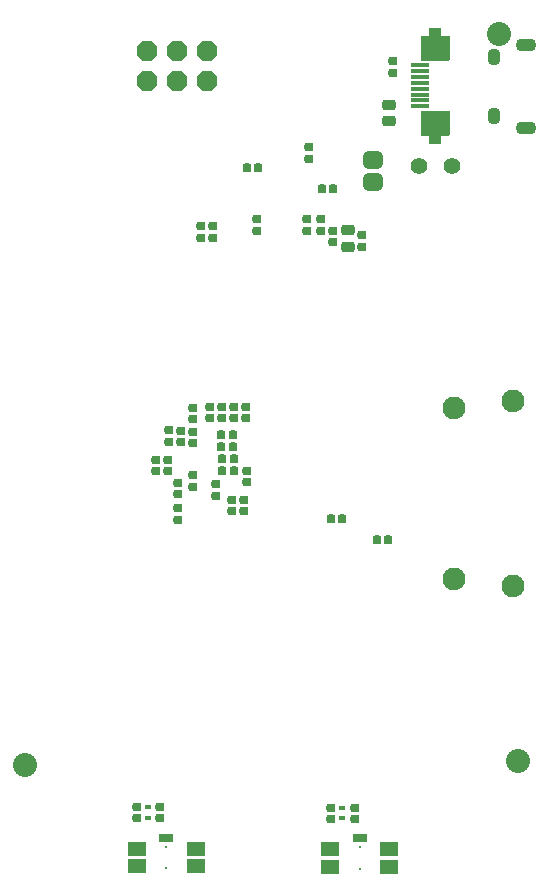
<source format=gbs>
G04 Layer_Color=16711935*
%FSLAX24Y24*%
%MOIN*%
G70*
G01*
G75*
G04:AMPARAMS|DCode=135|XSize=28mil|YSize=30mil|CornerRadius=7.4mil|HoleSize=0mil|Usage=FLASHONLY|Rotation=270.000|XOffset=0mil|YOffset=0mil|HoleType=Round|Shape=RoundedRectangle|*
%AMROUNDEDRECTD135*
21,1,0.0280,0.0152,0,0,270.0*
21,1,0.0132,0.0300,0,0,270.0*
1,1,0.0148,-0.0076,-0.0066*
1,1,0.0148,-0.0076,0.0066*
1,1,0.0148,0.0076,0.0066*
1,1,0.0148,0.0076,-0.0066*
%
%ADD135ROUNDEDRECTD135*%
G04:AMPARAMS|DCode=136|XSize=28mil|YSize=30mil|CornerRadius=7.4mil|HoleSize=0mil|Usage=FLASHONLY|Rotation=180.000|XOffset=0mil|YOffset=0mil|HoleType=Round|Shape=RoundedRectangle|*
%AMROUNDEDRECTD136*
21,1,0.0280,0.0152,0,0,180.0*
21,1,0.0132,0.0300,0,0,180.0*
1,1,0.0148,-0.0066,0.0076*
1,1,0.0148,0.0066,0.0076*
1,1,0.0148,0.0066,-0.0076*
1,1,0.0148,-0.0066,-0.0076*
%
%ADD136ROUNDEDRECTD136*%
%ADD139R,0.0217X0.0178*%
G04:AMPARAMS|DCode=142|XSize=35.1mil|YSize=45.4mil|CornerRadius=8.8mil|HoleSize=0mil|Usage=FLASHONLY|Rotation=90.000|XOffset=0mil|YOffset=0mil|HoleType=Round|Shape=RoundedRectangle|*
%AMROUNDEDRECTD142*
21,1,0.0351,0.0277,0,0,90.0*
21,1,0.0175,0.0454,0,0,90.0*
1,1,0.0177,0.0139,0.0087*
1,1,0.0177,0.0139,-0.0087*
1,1,0.0177,-0.0139,-0.0087*
1,1,0.0177,-0.0139,0.0087*
%
%ADD142ROUNDEDRECTD142*%
G04:AMPARAMS|DCode=156|XSize=58mil|YSize=66mil|CornerRadius=16mil|HoleSize=0mil|Usage=FLASHONLY|Rotation=270.000|XOffset=0mil|YOffset=0mil|HoleType=Round|Shape=RoundedRectangle|*
%AMROUNDEDRECTD156*
21,1,0.0580,0.0340,0,0,270.0*
21,1,0.0260,0.0660,0,0,270.0*
1,1,0.0320,-0.0170,-0.0130*
1,1,0.0320,-0.0170,0.0130*
1,1,0.0320,0.0170,0.0130*
1,1,0.0320,0.0170,-0.0130*
%
%ADD156ROUNDEDRECTD156*%
G04:AMPARAMS|DCode=168|XSize=80mil|YSize=80mil|CornerRadius=40mil|HoleSize=0mil|Usage=FLASHONLY|Rotation=90.000|XOffset=0mil|YOffset=0mil|HoleType=Round|Shape=RoundedRectangle|*
%AMROUNDEDRECTD168*
21,1,0.0800,0.0000,0,0,90.0*
21,1,0.0000,0.0800,0,0,90.0*
1,1,0.0800,0.0000,0.0000*
1,1,0.0800,0.0000,0.0000*
1,1,0.0800,0.0000,0.0000*
1,1,0.0800,0.0000,0.0000*
%
%ADD168ROUNDEDRECTD168*%
%ADD169P,0.0736X8X202.5*%
%ADD170R,0.0060X0.0060*%
%ADD171C,0.0760*%
G04:AMPARAMS|DCode=172|XSize=67mil|YSize=41mil|CornerRadius=17mil|HoleSize=0mil|Usage=FLASHONLY|Rotation=180.000|XOffset=0mil|YOffset=0mil|HoleType=Round|Shape=RoundedRectangle|*
%AMROUNDEDRECTD172*
21,1,0.0670,0.0070,0,0,180.0*
21,1,0.0330,0.0410,0,0,180.0*
1,1,0.0340,-0.0165,0.0035*
1,1,0.0340,0.0165,0.0035*
1,1,0.0340,0.0165,-0.0035*
1,1,0.0340,-0.0165,-0.0035*
%
%ADD172ROUNDEDRECTD172*%
G04:AMPARAMS|DCode=173|XSize=55.2mil|YSize=42.6mil|CornerRadius=17.6mil|HoleSize=0mil|Usage=FLASHONLY|Rotation=90.000|XOffset=0mil|YOffset=0mil|HoleType=Round|Shape=RoundedRectangle|*
%AMROUNDEDRECTD173*
21,1,0.0552,0.0073,0,0,90.0*
21,1,0.0199,0.0426,0,0,90.0*
1,1,0.0353,0.0037,0.0100*
1,1,0.0353,0.0037,-0.0100*
1,1,0.0353,-0.0037,-0.0100*
1,1,0.0353,-0.0037,0.0100*
%
%ADD173ROUNDEDRECTD173*%
%ADD174R,0.0611X0.0178*%
%ADD175R,0.0611X0.0473*%
%ADD176R,0.0493X0.0257*%
G04:AMPARAMS|DCode=177|XSize=56mil|YSize=56mil|CornerRadius=28mil|HoleSize=0mil|Usage=FLASHONLY|Rotation=90.000|XOffset=0mil|YOffset=0mil|HoleType=Round|Shape=RoundedRectangle|*
%AMROUNDEDRECTD177*
21,1,0.0560,0.0000,0,0,90.0*
21,1,0.0000,0.0560,0,0,90.0*
1,1,0.0560,0.0000,0.0000*
1,1,0.0560,0.0000,0.0000*
1,1,0.0560,0.0000,0.0000*
1,1,0.0560,0.0000,0.0000*
%
%ADD177ROUNDEDRECTD177*%
G36*
X14709Y28262D02*
X14714Y28261D01*
X14718Y28259D01*
X14722Y28257D01*
X14726Y28254D01*
X14729Y28250D01*
X14732Y28246D01*
X14733Y28242D01*
X14734Y28237D01*
X14735Y28232D01*
Y27987D01*
X14980D01*
X14985Y27986D01*
X14990Y27985D01*
X14994Y27984D01*
X14998Y27981D01*
X15002Y27978D01*
X15005Y27974D01*
X15007Y27970D01*
X15009Y27966D01*
X15010Y27961D01*
X15010Y27957D01*
Y27189D01*
X15010Y27184D01*
X15009Y27180D01*
X15007Y27175D01*
X15005Y27171D01*
X15002Y27168D01*
X14998Y27165D01*
X14994Y27162D01*
X14990Y27160D01*
X14985Y27159D01*
X14980Y27159D01*
X14075D01*
X14070Y27159D01*
X14066Y27160D01*
X14061Y27162D01*
X14057Y27165D01*
X14054Y27168D01*
X14050Y27171D01*
X14048Y27175D01*
X14046Y27180D01*
X14045Y27184D01*
X14045Y27189D01*
Y27957D01*
X14045Y27961D01*
X14046Y27966D01*
X14048Y27970D01*
X14050Y27974D01*
X14054Y27978D01*
X14057Y27981D01*
X14061Y27984D01*
X14066Y27985D01*
X14070Y27986D01*
X14075Y27987D01*
X14320D01*
Y28232D01*
X14321Y28237D01*
X14322Y28242D01*
X14324Y28246D01*
X14326Y28250D01*
X14329Y28254D01*
X14333Y28257D01*
X14337Y28259D01*
X14341Y28261D01*
X14346Y28262D01*
X14350Y28262D01*
X14705D01*
X14709Y28262D01*
D02*
G37*
G36*
X14985Y25486D02*
X14990Y25485D01*
X14994Y25484D01*
X14998Y25481D01*
X15002Y25478D01*
X15005Y25474D01*
X15007Y25470D01*
X15009Y25466D01*
X15010Y25461D01*
X15010Y25457D01*
Y24689D01*
X15010Y24684D01*
X15009Y24680D01*
X15007Y24675D01*
X15005Y24671D01*
X15002Y24668D01*
X14998Y24665D01*
X14994Y24662D01*
X14990Y24660D01*
X14985Y24659D01*
X14980Y24659D01*
X14735D01*
Y24413D01*
X14734Y24409D01*
X14733Y24404D01*
X14732Y24400D01*
X14729Y24396D01*
X14726Y24392D01*
X14722Y24389D01*
X14718Y24387D01*
X14714Y24385D01*
X14709Y24384D01*
X14705Y24383D01*
X14350D01*
X14346Y24384D01*
X14341Y24385D01*
X14337Y24387D01*
X14333Y24389D01*
X14329Y24392D01*
X14326Y24396D01*
X14324Y24400D01*
X14322Y24404D01*
X14321Y24409D01*
X14320Y24413D01*
Y24659D01*
X14075D01*
X14070Y24659D01*
X14066Y24660D01*
X14061Y24662D01*
X14057Y24665D01*
X14054Y24668D01*
X14050Y24671D01*
X14048Y24675D01*
X14046Y24680D01*
X14045Y24684D01*
X14045Y24689D01*
Y25457D01*
X14045Y25461D01*
X14046Y25466D01*
X14048Y25470D01*
X14050Y25474D01*
X14054Y25478D01*
X14057Y25481D01*
X14061Y25484D01*
X14066Y25485D01*
X14070Y25486D01*
X14075Y25487D01*
X14980D01*
X14985Y25486D01*
D02*
G37*
D135*
X4577Y2276D02*
D03*
Y1897D02*
D03*
X11043Y2246D02*
D03*
Y1867D02*
D03*
X13140Y26751D02*
D03*
Y27130D02*
D03*
X5374Y2276D02*
D03*
Y1897D02*
D03*
X11841Y2246D02*
D03*
Y1867D02*
D03*
X10260Y21870D02*
D03*
Y21493D02*
D03*
X12090Y20960D02*
D03*
Y21337D02*
D03*
X11140Y21110D02*
D03*
Y21487D02*
D03*
X10740Y21870D02*
D03*
Y21493D02*
D03*
X10320Y23890D02*
D03*
Y24267D02*
D03*
X8590Y21870D02*
D03*
Y21493D02*
D03*
X6460Y15590D02*
D03*
Y15213D02*
D03*
X7030Y15610D02*
D03*
Y15233D02*
D03*
X5950Y12710D02*
D03*
Y13087D02*
D03*
X6060Y14430D02*
D03*
Y14807D02*
D03*
X8210Y15610D02*
D03*
Y15233D02*
D03*
X5950Y11860D02*
D03*
Y12237D02*
D03*
X6450Y13330D02*
D03*
Y12953D02*
D03*
X5230Y13850D02*
D03*
Y13473D02*
D03*
X6460Y14780D02*
D03*
Y14403D02*
D03*
X7430Y15230D02*
D03*
Y15607D02*
D03*
X7760Y12510D02*
D03*
Y12133D02*
D03*
X5630Y13470D02*
D03*
Y13847D02*
D03*
X5660Y14830D02*
D03*
Y14453D02*
D03*
X7220Y12660D02*
D03*
Y13037D02*
D03*
X7820Y15230D02*
D03*
Y15607D02*
D03*
X8160Y12510D02*
D03*
Y12133D02*
D03*
X8250Y13479D02*
D03*
Y13100D02*
D03*
X6740Y21261D02*
D03*
Y21640D02*
D03*
X7124Y21261D02*
D03*
Y21640D02*
D03*
D136*
X10750Y22880D02*
D03*
X11127D02*
D03*
X8640Y23570D02*
D03*
X8263D02*
D03*
X7440Y13470D02*
D03*
X7817D02*
D03*
X7400Y14670D02*
D03*
X7777D02*
D03*
X7816Y13878D02*
D03*
X7439D02*
D03*
X7780Y14290D02*
D03*
X7403D02*
D03*
X12970Y11170D02*
D03*
X12593D02*
D03*
X11437Y11870D02*
D03*
X11060D02*
D03*
D139*
X4970Y2274D02*
D03*
Y1919D02*
D03*
X11437Y2254D02*
D03*
Y1900D02*
D03*
D142*
X12980Y25678D02*
D03*
Y25142D02*
D03*
X11610Y21498D02*
D03*
Y20962D02*
D03*
D156*
X12461Y23854D02*
D03*
Y23100D02*
D03*
D168*
X16670Y28060D02*
D03*
X17290Y3820D02*
D03*
X860Y3670D02*
D03*
D169*
X6920Y27490D02*
D03*
Y26490D02*
D03*
X5920Y27490D02*
D03*
Y26490D02*
D03*
X4920Y27490D02*
D03*
Y26490D02*
D03*
D170*
X12020Y933D02*
D03*
Y225D02*
D03*
X5560Y235D02*
D03*
Y943D02*
D03*
D171*
X17120Y15821D02*
D03*
Y9639D02*
D03*
X15171Y15584D02*
D03*
Y9876D02*
D03*
D172*
X17550Y27668D02*
D03*
Y24912D02*
D03*
D173*
X16487Y25306D02*
D03*
Y27274D02*
D03*
D174*
X14035Y27012D02*
D03*
Y26815D02*
D03*
Y26618D02*
D03*
Y26421D02*
D03*
Y26224D02*
D03*
Y26028D02*
D03*
Y25831D02*
D03*
Y25634D02*
D03*
D175*
X13004Y864D02*
D03*
X11036D02*
D03*
X13004Y293D02*
D03*
X11036D02*
D03*
X4576Y303D02*
D03*
X6544D02*
D03*
X4576Y874D02*
D03*
X6544D02*
D03*
D176*
X12020Y1248D02*
D03*
X5560Y1258D02*
D03*
D177*
X14000Y23640D02*
D03*
X15090D02*
D03*
M02*

</source>
